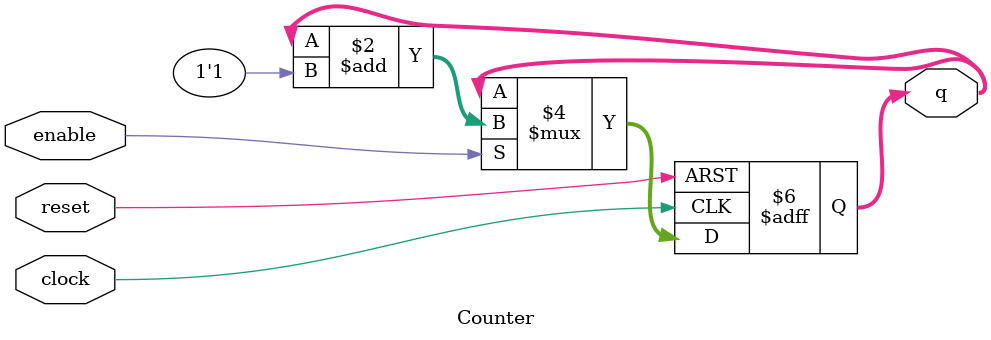
<source format=sv>
module Counter #(
	parameter N = 8
) (
	input logic clock, reset, enable,
	output logic [N-1:0] q
);

always_ff @ (negedge clock or posedge reset)
	if (reset) q = 8'h00;
	else
		if (enable) q = q + 1'b1;

endmodule
</source>
